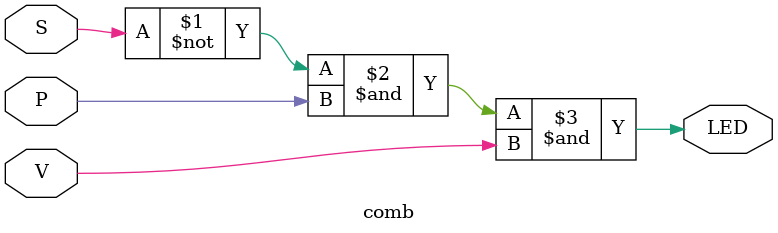
<source format=v>
module comb(S,P,V,LED);
//declaring inputs
input S,P,V;
//declaring output
output LED ;

//assign statement
assign LED = (~S) & (P) & (V);

endmodule
</source>
